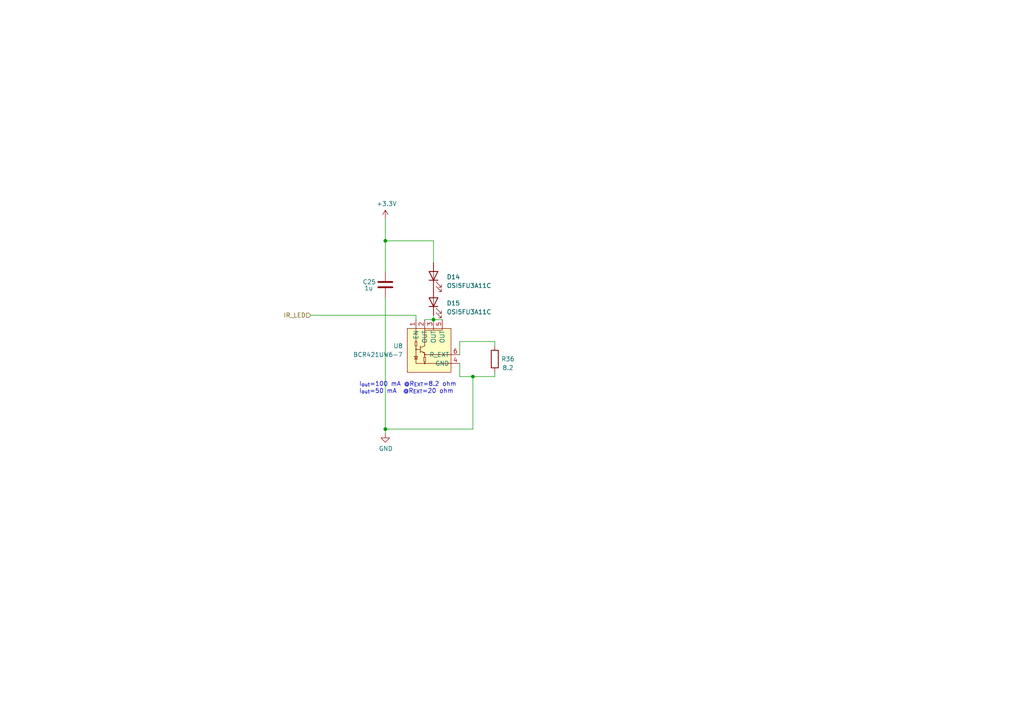
<source format=kicad_sch>
(kicad_sch (version 20231120) (generator "eeschema") (generator_version "8.0")
  (paper "A4")
  (lib_symbols
    (symbol "Device:C" (pin_numbers hide) (pin_names (offset 0.254))
      (property "Reference" "C" (at 0.635 2.54 0))
      (property "Value" "C" (at 0.635 -2.54 0))
      (symbol "C_0_1"
        (polyline (pts (xy -2.032 -0.762) (xy 2.032 -0.762)) (stroke (width 0.508)))
        (polyline (pts (xy -2.032 0.762) (xy 2.032 0.762)) (stroke (width 0.508)))
      )
      (symbol "C_1_1"
        (pin passive line (at 0 3.81 270) (length 2.794) (name "~") (number "1"))
        (pin passive line (at 0 -3.81 90) (length 2.794) (name "~") (number "2"))
      )
    )
    (symbol "Device:LED" (pin_numbers hide) (pin_names (offset 1.016) hide)
      (property "Reference" "D" (at 0 2.54 0))
      (property "Value" "LED" (at 0 -2.54 0))
      (symbol "LED_0_1"
        (polyline (pts (xy -1.27 -1.27) (xy -1.27 1.27)) (stroke (width 0.254)))
        (polyline (pts (xy -1.27 0) (xy 1.27 0)))
        (polyline (pts (xy 1.27 -1.27) (xy 1.27 1.27) (xy -1.27 0) (xy 1.27 -1.27)) (stroke (width 0.254)))
        (polyline (pts (xy -3.048 -0.762) (xy -4.572 -2.286) (xy -3.81 -2.286) (xy -4.572 -2.286) (xy -4.572 -1.524)))
        (polyline (pts (xy -1.778 -0.762) (xy -3.302 -2.286) (xy -2.54 -2.286) (xy -3.302 -2.286) (xy -3.302 -1.524)))
      )
      (symbol "LED_1_1"
        (pin passive line (at -3.81 0 0) (length 2.54) (name "K") (number "1"))
        (pin passive line (at 3.81 0 180) (length 2.54) (name "A") (number "2"))
      )
    )
    (symbol "Device:R" (pin_numbers hide) (pin_names (offset 0))
      (property "Reference" "R" (at 2.032 0 90))
      (property "Value" "R" (at 0 0 90))
      (symbol "R_0_1"
        (rectangle (start -1.016 -2.54) (end 1.016 2.54) (stroke (width 0.254)))
      )
      (symbol "R_1_1"
        (pin passive line (at 0 3.81 270) (length 1.27) (name "~") (number "1"))
        (pin passive line (at 0 -3.81 90) (length 1.27) (name "~") (number "2"))
      )
    )
    (symbol "power:+3.3V" (power) (pin_names (offset 0))
      (property "Value" "+3.3V" (at 0 3.556 0))
      (symbol "+3.3V_0_1"
        (polyline (pts (xy -0.762 1.27) (xy 0 2.54)))
        (polyline (pts (xy 0 0) (xy 0 2.54)))
        (polyline (pts (xy 0 2.54) (xy 0.762 1.27)))
      )
      (symbol "+3.3V_1_1"
        (pin power_in line (at 0 0 90) (length 0) hide (name "+3.3V") (number "1"))
      )
    )
    (symbol "power:GND" (power) (pin_names (offset 0))
      (property "Value" "GND" (at 0 -3.81 0))
      (symbol "GND_0_1"
        (polyline (pts (xy 0 0) (xy 0 -1.27) (xy 1.27 -1.27) (xy 0 -2.54) (xy -1.27 -1.27) (xy 0 -1.27)))
      )
      (symbol "GND_1_1"
        (pin power_in line (at 0 0 270) (length 0) hide (name "GND") (number "1"))
      )
    )
    (symbol "wall_sensor:BCR421UW6-7"
      (property "Reference" "U" (at -4.064 1.27 0))
      (property "Value" "BCR421UW6-7" (at -8.001 -1.143 0))
      (symbol "BCR421UW6-7_0_1"
        (polyline (pts (xy 2.032 -8.89) (xy 3.048 -8.89)))
        (polyline (pts (xy 2.54 -3.81) (xy 2.54 0)))
        (polyline (pts (xy 3.81 -6.604) (xy 5.08 -7.112)))
        (polyline (pts (xy 3.81 -6.096) (xy 2.54 -6.096)))
        (polyline (pts (xy 3.81 -5.08) (xy 3.81 -7.112)))
        (polyline (pts (xy 5.08 -7.62) (xy 5.08 -8.382)))
        (polyline (pts (xy 7.62 0) (xy 7.62 -0.508)))
        (polyline (pts (xy 5.08 -10.16) (xy 2.54 -10.16) (xy 2.54 -5.08)))
        (polyline (pts (xy 5.08 -9.652) (xy 5.08 -10.16) (xy 12.7 -10.16)))
        (polyline (pts (xy 5.08 -7.112) (xy 5.08 -7.62) (xy 12.7 -7.62)))
        (polyline (pts (xy 5.08 -0.508) (xy 5.08 -5.08) (xy 3.81 -5.588)))
        (polyline (pts (xy 2.032 -8.128) (xy 3.048 -8.128) (xy 2.54 -8.89) (xy 2.032 -8.128)))
        (polyline (pts (xy 4.699 -6.858) (xy 5.08 -7.112) (xy 4.572 -6.985) (xy 4.699 -6.858)))
        (polyline (pts (xy 10.16 0) (xy 10.16 -0.508) (xy 5.08 -0.508) (xy 5.08 0)))
        (rectangle (start 2.286 -3.81) (end 2.794 -5.08))
        (circle (center 2.54 -6.096) (radius 0.127))
        (rectangle (start 4.826 -8.382) (end 5.334 -9.652))
        (circle (center 5.08 -10.16) (radius 0.127))
        (circle (center 5.08 -7.62) (radius 0.127))
      )
      (symbol "BCR421UW6-7_1_1"
        (rectangle (start 0 0) (end 12.7 -12.7) (fill (type background)))
        (pin input line (at 2.54 2.54 270) (length 2.54) (name "EN") (number "1"))
        (pin output line (at 5.08 2.54 270) (length 2.54) (name "OUT") (number "2"))
        (pin output line (at 7.62 2.54 270) (length 2.54) (name "OUT") (number "3"))
        (pin power_in line (at 15.24 -10.16 180) (length 2.54) (name "GND") (number "4"))
        (pin output line (at 10.16 2.54 270) (length 2.54) (name "OUT") (number "5"))
        (pin passive line (at 15.24 -7.62 180) (length 2.54) (name "R_EXT") (number "6"))
      )
    )
  )
  (junction (at 111.76 69.85))
  (junction (at 137.16 109.22))
  (junction (at 111.76 124.46))
  (junction (at 125.73 92.71))
  (wire (pts (xy 143.51 107.95) (xy 143.51 109.22)))
  (wire (pts (xy 133.35 109.22) (xy 137.16 109.22)))
  (wire (pts (xy 133.35 105.41) (xy 133.35 109.22)))
  (wire (pts (xy 125.73 91.44) (xy 125.73 92.71)))
  (wire (pts (xy 133.35 102.87) (xy 133.35 99.06)))
  (wire (pts (xy 123.19 92.71) (xy 125.73 92.71)))
  (wire (pts (xy 143.51 99.06) (xy 143.51 100.33)))
  (wire (pts (xy 111.76 125.73) (xy 111.76 124.46)))
  (wire (pts (xy 120.65 91.44) (xy 120.65 92.71)))
  (wire (pts (xy 111.76 86.36) (xy 111.76 124.46)))
  (wire (pts (xy 125.73 69.85) (xy 125.73 76.2)))
  (wire (pts (xy 143.51 109.22) (xy 137.16 109.22)))
  (wire (pts (xy 90.17 91.44) (xy 120.65 91.44)))
  (wire (pts (xy 133.35 99.06) (xy 143.51 99.06)))
  (wire (pts (xy 111.76 69.85) (xy 111.76 78.74)))
  (wire (pts (xy 125.73 69.85) (xy 111.76 69.85)))
  (wire (pts (xy 125.73 92.71) (xy 128.27 92.71)))
  (wire (pts (xy 111.76 124.46) (xy 137.16 124.46)))
  (wire (pts (xy 137.16 109.22) (xy 137.16 124.46)))
  (wire (pts (xy 111.76 63.5) (xy 111.76 69.85)))
  (text "I_{out}=100 mA @R_{EXT}=8.2 ohm \nI_{out}=50 mA  @R_{EXT}=20 ohm \n" (at 104.14 114.3 0) (effects (font (size 1.27 1.27)) (justify left bottom)))
  (hierarchical_label "IR_LED" (shape input) (at 90.17 91.44 180))
  (symbol (lib_id "wall_sensor:BCR421UW6-7") (at 118.11 95.25 0) (unit 1)
    (property "Reference" "U8" (at 116.84 100.33 0) (effects (justify right)))
    (property "Value" "BCR421UW6-7" (at 116.84 102.87 0) (effects (justify right)))
    (property "Footprint" "Package_TO_SOT_SMD:SOT-23-6" (effects (hide yes)))
    (property "Datasheet" "https://www.diodes.com/assets/Datasheets/BCR420UW6-BCR421UW6.pdf" (effects (hide yes)))
    (property "order_URL" "https://www.digikey.jp/ja/products/detail/diodes-incorporated/BCR421UW6-7/5247740" (effects (hide yes)))
    (property "check_order" "ok" (effects (hide yes)))
    (instances (project "main" (path "" (reference "U8") (unit 1)) (path "" (reference "U7") (unit 1))))
  )
  (symbol (lib_id "power:GND") (at 111.76 125.73 0) (unit 1)
    (property "Reference" "#PWR067" (effects (hide yes)))
    (property "Value" "GND" (at 111.887 130.1242 0))
    (instances (project "main" (path "" (reference "#PWR067") (unit 1)) (path "" (reference "#PWR066") (unit 1))))
  )
  (symbol (lib_id "Device:C") (at 111.76 82.55 0) (unit 1)
    (property "Reference" "C25" (at 105.156 81.788 0) (effects (justify left)))
    (property "Value" "1u" (at 105.664 83.566 0) (effects (justify left)))
    (property "Footprint" "Capacitor_SMD:C_0402_1005Metric" (effects (hide yes)))
    (property "order_URL" "https://www.digikey.jp/ja/products/detail/murata-electronics/GRM155R61E105KA12D/4905139" (effects (hide yes)))
    (property "check_order" "ok" (effects (hide yes)))
    (instances (project "main" (path "" (reference "C25") (unit 1)) (path "" (reference "C24") (unit 1))))
  )
  (symbol (lib_id "Device:LED") (at 125.73 80.01 90) (unit 1)
    (property "Reference" "D14" (at 129.54 80.3274 90) (effects (justify right)))
    (property "Value" "OSI5FU3A11C" (at 129.54 82.8674 90) (effects (justify right)))
    (property "Footprint" "half_mouse_lib:OSI5FU3A11C" (effects (hide yes)))
    (instances (project "main" (path "" (reference "D14") (unit 1)) (path "" (reference "D12") (unit 1))))
  )
  (symbol (lib_id "Device:R") (at 143.51 104.14 180) (unit 1)
    (property "Reference" "R36" (at 147.32 104.14 0))
    (property "Value" "8.2" (at 147.32 106.68 0))
    (property "Footprint" "Resistor_SMD:R_0402_1005Metric" (effects (hide yes)))
    (property "order_URL" "https://www.digikey.jp/ja/products/detail/yageo/RC0402FR-078R2L/5917766" (effects (hide yes)))
    (property "check_order" "-" (effects (hide yes)))
    (instances (project "main" (path "" (reference "R36") (unit 1)) (path "" (reference "R35") (unit 1))))
  )
  (symbol (lib_id "Device:LED") (at 125.73 87.63 90) (unit 1)
    (property "Reference" "D15" (at 129.54 87.9474 90) (effects (justify right)))
    (property "Value" "OSI5FU3A11C" (at 129.54 90.4874 90) (effects (justify right)))
    (property "Footprint" "half_mouse_lib:OSI5FU3A11C" (effects (hide yes)))
    (instances (project "main" (path "" (reference "D15") (unit 1)) (path "" (reference "D13") (unit 1))))
  )
  (symbol (lib_id "power:+3.3V") (at 111.76 63.5 0) (unit 1)
    (property "Reference" "#PWR069" (effects (hide yes)))
    (property "Value" "+3.3V" (at 112.141 59.1058 0))
    (instances (project "main" (path "" (reference "#PWR069") (unit 1)) (path "" (reference "#PWR068") (unit 1))))
  )
)
</source>
